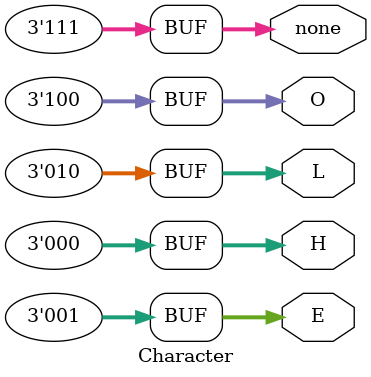
<source format=v>
module Character(H,E,L,O,none);
	output [2:0]H;
	output [2:0]E;
	output [2:0]L;
	output [2:0]O;
	output [2:0]none;
	
	assign H = 3'b000;
	assign E = 3'b001;
	assign L = 3'b010;
	assign O = 3'b100;
	assign none = 3'b111;
	
endmodule

</source>
